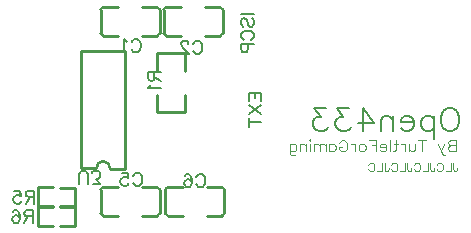
<source format=gbo>
G04 Layer: BottomSilkLayer*
G04 EasyEDA v6.3.53, 2020-06-17T01:54:55+02:00*
G04 e9d571a3f1504c91a96fab9e56f28b91,9eabfb72a9474bef872f988307f0334b,10*
G04 Gerber Generator version 0.2*
G04 Scale: 100 percent, Rotated: No, Reflected: No *
G04 Dimensions in millimeters *
G04 leading zeros omitted , absolute positions ,3 integer and 3 decimal *
%FSLAX33Y33*%
%MOMM*%
G90*
G71D02*

%ADD10C,0.254000*%
%ADD30C,0.100000*%
%ADD31C,0.203200*%
%ADD35C,0.152400*%

%LPD*%
G54D10*
G01X12905Y84539D02*
G01X12905Y82539D01*
G01X16405Y84739D02*
G01X17605Y84739D01*
G01X16405Y82339D02*
G01X17605Y82339D01*
G01X14405Y84739D02*
G01X13205Y84739D01*
G01X14405Y82339D02*
G01X13205Y82339D01*
G01X17905Y84539D02*
G01X17905Y82539D01*
G01X17705Y84739D02*
G01X17605Y84739D01*
G01X17705Y82339D02*
G01X17605Y82339D01*
G01X13105Y84739D02*
G01X13205Y84739D01*
G01X13105Y82339D02*
G01X13205Y82339D01*
G01X12571Y82539D02*
G01X12571Y84539D01*
G01X9071Y82339D02*
G01X7871Y82339D01*
G01X9071Y84739D02*
G01X7871Y84739D01*
G01X11071Y82339D02*
G01X12271Y82339D01*
G01X11071Y84739D02*
G01X12271Y84739D01*
G01X7571Y82539D02*
G01X7571Y84539D01*
G01X7771Y82339D02*
G01X7871Y82339D01*
G01X7771Y84739D02*
G01X7871Y84739D01*
G01X12371Y82339D02*
G01X12271Y82339D01*
G01X12371Y84739D02*
G01X12271Y84739D01*
G01X12571Y67299D02*
G01X12571Y69299D01*
G01X9071Y67099D02*
G01X7871Y67099D01*
G01X9071Y69499D02*
G01X7871Y69499D01*
G01X11071Y67099D02*
G01X12271Y67099D01*
G01X11071Y69499D02*
G01X12271Y69499D01*
G01X7571Y67299D02*
G01X7571Y69299D01*
G01X7771Y67099D02*
G01X7871Y67099D01*
G01X7771Y69499D02*
G01X7871Y69499D01*
G01X12371Y67099D02*
G01X12271Y67099D01*
G01X12371Y69499D02*
G01X12271Y69499D01*
G01X18032Y67299D02*
G01X18032Y69299D01*
G01X14532Y67099D02*
G01X13332Y67099D01*
G01X14532Y69499D02*
G01X13332Y69499D01*
G01X16532Y67099D02*
G01X17732Y67099D01*
G01X16532Y69499D02*
G01X17732Y69499D01*
G01X13032Y67299D02*
G01X13032Y69299D01*
G01X13232Y67099D02*
G01X13332Y67099D01*
G01X13232Y69499D02*
G01X13332Y69499D01*
G01X17832Y67099D02*
G01X17732Y67099D01*
G01X17832Y69499D02*
G01X17732Y69499D01*
G01X5930Y71119D02*
G01X5930Y81022D01*
G01X9613Y81022D01*
G01X9613Y71071D01*
G01X9613Y71071D02*
G01X8369Y71071D01*
G01X7200Y71093D02*
G01X5930Y71093D01*
G01X2298Y67880D02*
G01X2298Y69481D01*
G01X4148Y69475D02*
G01X5398Y69475D01*
G01X4148Y67875D02*
G01X5398Y67875D01*
G01X3548Y69481D02*
G01X2298Y69481D01*
G01X3548Y67880D02*
G01X2298Y67880D01*
G01X5398Y67875D02*
G01X5398Y69475D01*
G01X2298Y66229D02*
G01X2298Y67830D01*
G01X4148Y67824D02*
G01X5398Y67824D01*
G01X4148Y66224D02*
G01X5398Y66224D01*
G01X3548Y67830D02*
G01X2298Y67830D01*
G01X3548Y66229D02*
G01X2298Y66229D01*
G01X5398Y66224D02*
G01X5398Y67824D01*
G01X12300Y80833D02*
G01X14700Y80833D01*
G01X14700Y77333D02*
G01X14700Y75833D01*
G01X12300Y77333D02*
G01X12300Y75833D01*
G01X14700Y79333D02*
G01X14700Y80833D01*
G01X12300Y79333D02*
G01X12300Y80833D01*
G01X12300Y75833D02*
G01X14700Y75833D01*
G54D31*
G01X37329Y76192D02*
G01X37514Y76100D01*
G01X37699Y75915D01*
G01X37791Y75730D01*
G01X37884Y75453D01*
G01X37884Y74991D01*
G01X37791Y74714D01*
G01X37699Y74529D01*
G01X37514Y74345D01*
G01X37329Y74252D01*
G01X36960Y74252D01*
G01X36775Y74345D01*
G01X36591Y74529D01*
G01X36498Y74714D01*
G01X36406Y74991D01*
G01X36406Y75453D01*
G01X36498Y75730D01*
G01X36591Y75915D01*
G01X36775Y76100D01*
G01X36960Y76192D01*
G01X37329Y76192D01*
G01X35796Y75545D02*
G01X35796Y73606D01*
G01X35796Y75268D02*
G01X35611Y75453D01*
G01X35427Y75545D01*
G01X35150Y75545D01*
G01X34965Y75453D01*
G01X34780Y75268D01*
G01X34688Y74991D01*
G01X34688Y74807D01*
G01X34780Y74529D01*
G01X34965Y74345D01*
G01X35150Y74252D01*
G01X35427Y74252D01*
G01X35611Y74345D01*
G01X35796Y74529D01*
G01X34078Y74991D02*
G01X32970Y74991D01*
G01X32970Y75176D01*
G01X33062Y75361D01*
G01X33155Y75453D01*
G01X33339Y75545D01*
G01X33616Y75545D01*
G01X33801Y75453D01*
G01X33986Y75268D01*
G01X34078Y74991D01*
G01X34078Y74807D01*
G01X33986Y74529D01*
G01X33801Y74345D01*
G01X33616Y74252D01*
G01X33339Y74252D01*
G01X33155Y74345D01*
G01X32970Y74529D01*
G01X32360Y75545D02*
G01X32360Y74252D01*
G01X32360Y75176D02*
G01X32083Y75453D01*
G01X31898Y75545D01*
G01X31621Y75545D01*
G01X31437Y75453D01*
G01X31344Y75176D01*
G01X31344Y74252D01*
G01X29811Y76192D02*
G01X30735Y74899D01*
G01X29349Y74899D01*
G01X29811Y76192D02*
G01X29811Y74252D01*
G01X28555Y76192D02*
G01X27539Y76192D01*
G01X28093Y75453D01*
G01X27816Y75453D01*
G01X27631Y75361D01*
G01X27539Y75268D01*
G01X27447Y74991D01*
G01X27447Y74807D01*
G01X27539Y74529D01*
G01X27724Y74345D01*
G01X28001Y74252D01*
G01X28278Y74252D01*
G01X28555Y74345D01*
G01X28647Y74437D01*
G01X28740Y74622D01*
G01X26652Y76192D02*
G01X25636Y76192D01*
G01X26190Y75453D01*
G01X25913Y75453D01*
G01X25729Y75361D01*
G01X25636Y75268D01*
G01X25544Y74991D01*
G01X25544Y74807D01*
G01X25636Y74529D01*
G01X25821Y74345D01*
G01X26098Y74252D01*
G01X26375Y74252D01*
G01X26652Y74345D01*
G01X26745Y74437D01*
G01X26837Y74622D01*
G54D30*
G01X37630Y73500D02*
G01X37630Y72545D01*
G01X37630Y73500D02*
G01X37221Y73500D01*
G01X37084Y73454D01*
G01X37039Y73409D01*
G01X36993Y73318D01*
G01X36993Y73227D01*
G01X37039Y73136D01*
G01X37084Y73090D01*
G01X37221Y73045D01*
G01X37630Y73045D02*
G01X37221Y73045D01*
G01X37084Y73000D01*
G01X37039Y72954D01*
G01X36993Y72863D01*
G01X36993Y72727D01*
G01X37039Y72636D01*
G01X37084Y72590D01*
G01X37221Y72545D01*
G01X37630Y72545D01*
G01X36648Y73181D02*
G01X36375Y72545D01*
G01X36102Y73181D02*
G01X36375Y72545D01*
G01X36466Y72363D01*
G01X36557Y72272D01*
G01X36648Y72227D01*
G01X36693Y72227D01*
G01X34784Y73500D02*
G01X34784Y72545D01*
G01X35102Y73500D02*
G01X34466Y73500D01*
G01X34166Y73181D02*
G01X34166Y72727D01*
G01X34121Y72590D01*
G01X34030Y72545D01*
G01X33893Y72545D01*
G01X33802Y72590D01*
G01X33666Y72727D01*
G01X33666Y73181D02*
G01X33666Y72545D01*
G01X33366Y73181D02*
G01X33366Y72545D01*
G01X33366Y72909D02*
G01X33321Y73045D01*
G01X33230Y73136D01*
G01X33139Y73181D01*
G01X33002Y73181D01*
G01X32566Y73500D02*
G01X32566Y72727D01*
G01X32521Y72590D01*
G01X32430Y72545D01*
G01X32339Y72545D01*
G01X32702Y73181D02*
G01X32384Y73181D01*
G01X32039Y73500D02*
G01X32039Y72545D01*
G01X31739Y72909D02*
G01X31193Y72909D01*
G01X31193Y73000D01*
G01X31239Y73090D01*
G01X31284Y73136D01*
G01X31375Y73181D01*
G01X31511Y73181D01*
G01X31602Y73136D01*
G01X31693Y73045D01*
G01X31739Y72909D01*
G01X31739Y72818D01*
G01X31693Y72681D01*
G01X31602Y72590D01*
G01X31511Y72545D01*
G01X31375Y72545D01*
G01X31284Y72590D01*
G01X31193Y72681D01*
G01X30893Y73500D02*
G01X30893Y72545D01*
G01X30893Y73500D02*
G01X30302Y73500D01*
G01X30893Y73045D02*
G01X30530Y73045D01*
G01X29775Y73181D02*
G01X29866Y73136D01*
G01X29957Y73045D01*
G01X30002Y72909D01*
G01X30002Y72818D01*
G01X29957Y72681D01*
G01X29866Y72590D01*
G01X29775Y72545D01*
G01X29639Y72545D01*
G01X29548Y72590D01*
G01X29457Y72681D01*
G01X29411Y72818D01*
G01X29411Y72909D01*
G01X29457Y73045D01*
G01X29548Y73136D01*
G01X29639Y73181D01*
G01X29775Y73181D01*
G01X29111Y73181D02*
G01X29111Y72545D01*
G01X29111Y72909D02*
G01X29066Y73045D01*
G01X28975Y73136D01*
G01X28884Y73181D01*
G01X28748Y73181D01*
G01X27766Y73272D02*
G01X27811Y73363D01*
G01X27902Y73454D01*
G01X27993Y73500D01*
G01X28175Y73500D01*
G01X28266Y73454D01*
G01X28357Y73363D01*
G01X28402Y73272D01*
G01X28448Y73136D01*
G01X28448Y72909D01*
G01X28402Y72772D01*
G01X28357Y72681D01*
G01X28266Y72590D01*
G01X28175Y72545D01*
G01X27993Y72545D01*
G01X27902Y72590D01*
G01X27811Y72681D01*
G01X27766Y72772D01*
G01X27766Y72909D01*
G01X27993Y72909D02*
G01X27766Y72909D01*
G01X26921Y73181D02*
G01X26921Y72545D01*
G01X26921Y73045D02*
G01X27011Y73136D01*
G01X27102Y73181D01*
G01X27239Y73181D01*
G01X27330Y73136D01*
G01X27421Y73045D01*
G01X27466Y72909D01*
G01X27466Y72818D01*
G01X27421Y72681D01*
G01X27330Y72590D01*
G01X27239Y72545D01*
G01X27102Y72545D01*
G01X27011Y72590D01*
G01X26921Y72681D01*
G01X26621Y73181D02*
G01X26621Y72545D01*
G01X26621Y73000D02*
G01X26484Y73136D01*
G01X26393Y73181D01*
G01X26257Y73181D01*
G01X26166Y73136D01*
G01X26121Y73000D01*
G01X26121Y72545D01*
G01X26121Y73000D02*
G01X25984Y73136D01*
G01X25893Y73181D01*
G01X25757Y73181D01*
G01X25666Y73136D01*
G01X25621Y73000D01*
G01X25621Y72545D01*
G01X25321Y73500D02*
G01X25275Y73454D01*
G01X25230Y73500D01*
G01X25275Y73545D01*
G01X25321Y73500D01*
G01X25275Y73181D02*
G01X25275Y72545D01*
G01X24930Y73181D02*
G01X24930Y72545D01*
G01X24930Y73000D02*
G01X24793Y73136D01*
G01X24702Y73181D01*
G01X24566Y73181D01*
G01X24475Y73136D01*
G01X24430Y73000D01*
G01X24430Y72545D01*
G01X23584Y73181D02*
G01X23584Y72454D01*
G01X23630Y72318D01*
G01X23675Y72272D01*
G01X23766Y72227D01*
G01X23902Y72227D01*
G01X23993Y72272D01*
G01X23584Y73045D02*
G01X23675Y73136D01*
G01X23766Y73181D01*
G01X23902Y73181D01*
G01X23993Y73136D01*
G01X24084Y73045D01*
G01X24130Y72909D01*
G01X24130Y72818D01*
G01X24084Y72681D01*
G01X23993Y72590D01*
G01X23902Y72545D01*
G01X23766Y72545D01*
G01X23675Y72590D01*
G01X23584Y72681D01*
G01X37416Y71596D02*
G01X37416Y71051D01*
G01X37450Y70949D01*
G01X37484Y70914D01*
G01X37552Y70880D01*
G01X37620Y70880D01*
G01X37688Y70914D01*
G01X37723Y70949D01*
G01X37757Y71051D01*
G01X37757Y71119D01*
G01X37191Y71596D02*
G01X37191Y70880D01*
G01X37191Y70880D02*
G01X36782Y70880D01*
G01X36045Y71426D02*
G01X36079Y71494D01*
G01X36148Y71562D01*
G01X36216Y71596D01*
G01X36352Y71596D01*
G01X36420Y71562D01*
G01X36488Y71494D01*
G01X36523Y71426D01*
G01X36557Y71324D01*
G01X36557Y71153D01*
G01X36523Y71051D01*
G01X36488Y70983D01*
G01X36420Y70914D01*
G01X36352Y70880D01*
G01X36216Y70880D01*
G01X36148Y70914D01*
G01X36079Y70983D01*
G01X36045Y71051D01*
G01X35479Y71596D02*
G01X35479Y71051D01*
G01X35513Y70949D01*
G01X35548Y70914D01*
G01X35616Y70880D01*
G01X35684Y70880D01*
G01X35752Y70914D01*
G01X35786Y70949D01*
G01X35820Y71051D01*
G01X35820Y71119D01*
G01X35254Y71596D02*
G01X35254Y70880D01*
G01X35254Y70880D02*
G01X34845Y70880D01*
G01X34109Y71426D02*
G01X34143Y71494D01*
G01X34211Y71562D01*
G01X34279Y71596D01*
G01X34416Y71596D01*
G01X34484Y71562D01*
G01X34552Y71494D01*
G01X34586Y71426D01*
G01X34620Y71324D01*
G01X34620Y71153D01*
G01X34586Y71051D01*
G01X34552Y70983D01*
G01X34484Y70914D01*
G01X34416Y70880D01*
G01X34279Y70880D01*
G01X34211Y70914D01*
G01X34143Y70983D01*
G01X34109Y71051D01*
G01X33543Y71596D02*
G01X33543Y71051D01*
G01X33577Y70949D01*
G01X33611Y70914D01*
G01X33679Y70880D01*
G01X33748Y70880D01*
G01X33816Y70914D01*
G01X33850Y70949D01*
G01X33884Y71051D01*
G01X33884Y71119D01*
G01X33318Y71596D02*
G01X33318Y70880D01*
G01X33318Y70880D02*
G01X32909Y70880D01*
G01X32173Y71426D02*
G01X32207Y71494D01*
G01X32275Y71562D01*
G01X32343Y71596D01*
G01X32479Y71596D01*
G01X32548Y71562D01*
G01X32616Y71494D01*
G01X32650Y71426D01*
G01X32684Y71324D01*
G01X32684Y71153D01*
G01X32650Y71051D01*
G01X32616Y70983D01*
G01X32548Y70914D01*
G01X32479Y70880D01*
G01X32343Y70880D01*
G01X32275Y70914D01*
G01X32207Y70983D01*
G01X32173Y71051D01*
G01X31607Y71596D02*
G01X31607Y71051D01*
G01X31641Y70949D01*
G01X31675Y70914D01*
G01X31743Y70880D01*
G01X31811Y70880D01*
G01X31879Y70914D01*
G01X31913Y70949D01*
G01X31948Y71051D01*
G01X31948Y71119D01*
G01X31382Y71596D02*
G01X31382Y70880D01*
G01X31382Y70880D02*
G01X30973Y70880D01*
G01X30236Y71426D02*
G01X30270Y71494D01*
G01X30338Y71562D01*
G01X30407Y71596D01*
G01X30543Y71596D01*
G01X30611Y71562D01*
G01X30679Y71494D01*
G01X30713Y71426D01*
G01X30748Y71324D01*
G01X30748Y71153D01*
G01X30713Y71051D01*
G01X30679Y70983D01*
G01X30611Y70914D01*
G01X30543Y70880D01*
G01X30407Y70880D01*
G01X30338Y70914D01*
G01X30270Y70983D01*
G01X30236Y71051D01*
G54D35*
G01X19458Y84174D02*
G01X20548Y84174D01*
G01X19613Y83105D02*
G01X19509Y83209D01*
G01X19458Y83364D01*
G01X19458Y83573D01*
G01X19509Y83727D01*
G01X19613Y83832D01*
G01X19718Y83832D01*
G01X19822Y83781D01*
G01X19875Y83727D01*
G01X19926Y83623D01*
G01X20030Y83311D01*
G01X20081Y83209D01*
G01X20134Y83156D01*
G01X20238Y83105D01*
G01X20393Y83105D01*
G01X20497Y83209D01*
G01X20548Y83364D01*
G01X20548Y83573D01*
G01X20497Y83727D01*
G01X20393Y83832D01*
G01X19718Y81982D02*
G01X19613Y82033D01*
G01X19509Y82137D01*
G01X19458Y82242D01*
G01X19458Y82450D01*
G01X19509Y82554D01*
G01X19613Y82658D01*
G01X19718Y82709D01*
G01X19875Y82762D01*
G01X20134Y82762D01*
G01X20289Y82709D01*
G01X20393Y82658D01*
G01X20497Y82554D01*
G01X20548Y82450D01*
G01X20548Y82242D01*
G01X20497Y82137D01*
G01X20393Y82033D01*
G01X20289Y81982D01*
G01X19458Y81640D02*
G01X20548Y81640D01*
G01X19458Y81640D02*
G01X19458Y81172D01*
G01X19509Y81015D01*
G01X19563Y80964D01*
G01X19667Y80911D01*
G01X19822Y80911D01*
G01X19926Y80964D01*
G01X19977Y81015D01*
G01X20030Y81172D01*
G01X20030Y81640D01*
G01X15387Y81639D02*
G01X15439Y81743D01*
G01X15543Y81847D01*
G01X15647Y81899D01*
G01X15855Y81899D01*
G01X15959Y81847D01*
G01X16063Y81743D01*
G01X16115Y81639D01*
G01X16167Y81483D01*
G01X16167Y81223D01*
G01X16115Y81068D01*
G01X16063Y80964D01*
G01X15959Y80860D01*
G01X15855Y80808D01*
G01X15647Y80808D01*
G01X15543Y80860D01*
G01X15439Y80964D01*
G01X15387Y81068D01*
G01X14993Y81639D02*
G01X14993Y81691D01*
G01X14941Y81795D01*
G01X14889Y81847D01*
G01X14785Y81899D01*
G01X14577Y81899D01*
G01X14473Y81847D01*
G01X14421Y81795D01*
G01X14369Y81691D01*
G01X14369Y81587D01*
G01X14421Y81483D01*
G01X14525Y81327D01*
G01X15045Y80808D01*
G01X14317Y80808D01*
G01X10180Y81766D02*
G01X10232Y81870D01*
G01X10336Y81974D01*
G01X10440Y82026D01*
G01X10648Y82026D01*
G01X10752Y81974D01*
G01X10856Y81870D01*
G01X10908Y81766D01*
G01X10960Y81610D01*
G01X10960Y81350D01*
G01X10908Y81195D01*
G01X10856Y81091D01*
G01X10752Y80987D01*
G01X10648Y80935D01*
G01X10440Y80935D01*
G01X10336Y80987D01*
G01X10232Y81091D01*
G01X10180Y81195D01*
G01X9837Y81818D02*
G01X9733Y81870D01*
G01X9578Y82026D01*
G01X9578Y80935D01*
G01X10307Y70463D02*
G01X10359Y70567D01*
G01X10463Y70671D01*
G01X10567Y70723D01*
G01X10775Y70723D01*
G01X10879Y70671D01*
G01X10983Y70567D01*
G01X11035Y70463D01*
G01X11087Y70307D01*
G01X11087Y70047D01*
G01X11035Y69892D01*
G01X10983Y69788D01*
G01X10879Y69684D01*
G01X10775Y69632D01*
G01X10567Y69632D01*
G01X10463Y69684D01*
G01X10359Y69788D01*
G01X10307Y69892D01*
G01X9341Y70723D02*
G01X9860Y70723D01*
G01X9912Y70255D01*
G01X9860Y70307D01*
G01X9705Y70359D01*
G01X9549Y70359D01*
G01X9393Y70307D01*
G01X9289Y70203D01*
G01X9237Y70047D01*
G01X9237Y69944D01*
G01X9289Y69788D01*
G01X9393Y69684D01*
G01X9549Y69632D01*
G01X9705Y69632D01*
G01X9860Y69684D01*
G01X9912Y69736D01*
G01X9964Y69840D01*
G01X15641Y70336D02*
G01X15693Y70440D01*
G01X15797Y70544D01*
G01X15901Y70596D01*
G01X16109Y70596D01*
G01X16213Y70544D01*
G01X16317Y70440D01*
G01X16369Y70336D01*
G01X16421Y70180D01*
G01X16421Y69920D01*
G01X16369Y69765D01*
G01X16317Y69661D01*
G01X16213Y69557D01*
G01X16109Y69505D01*
G01X15901Y69505D01*
G01X15797Y69557D01*
G01X15693Y69661D01*
G01X15641Y69765D01*
G01X14675Y70440D02*
G01X14727Y70544D01*
G01X14883Y70596D01*
G01X14987Y70596D01*
G01X15143Y70544D01*
G01X15246Y70388D01*
G01X15298Y70128D01*
G01X15298Y69869D01*
G01X15246Y69661D01*
G01X15143Y69557D01*
G01X14987Y69505D01*
G01X14935Y69505D01*
G01X14779Y69557D01*
G01X14675Y69661D01*
G01X14623Y69817D01*
G01X14623Y69869D01*
G01X14675Y70024D01*
G01X14779Y70128D01*
G01X14935Y70180D01*
G01X14987Y70180D01*
G01X15143Y70128D01*
G01X15246Y70024D01*
G01X15298Y69869D01*
G01X5753Y69813D02*
G01X5753Y70593D01*
G01X5803Y70748D01*
G01X5908Y70852D01*
G01X6065Y70903D01*
G01X6169Y70903D01*
G01X6324Y70852D01*
G01X6428Y70748D01*
G01X6479Y70593D01*
G01X6479Y69813D01*
G01X6926Y69813D02*
G01X7498Y69813D01*
G01X7188Y70230D01*
G01X7343Y70230D01*
G01X7447Y70281D01*
G01X7498Y70331D01*
G01X7551Y70489D01*
G01X7551Y70593D01*
G01X7498Y70748D01*
G01X7393Y70852D01*
G01X7239Y70903D01*
G01X7084Y70903D01*
G01X6926Y70852D01*
G01X6875Y70801D01*
G01X6822Y70697D01*
G01X1943Y69199D02*
G01X1943Y68109D01*
G01X1943Y69199D02*
G01X1475Y69199D01*
G01X1320Y69148D01*
G01X1267Y69095D01*
G01X1216Y68990D01*
G01X1216Y68886D01*
G01X1267Y68782D01*
G01X1320Y68731D01*
G01X1475Y68680D01*
G01X1943Y68680D01*
G01X1579Y68680D02*
G01X1216Y68109D01*
G01X248Y69199D02*
G01X769Y69199D01*
G01X820Y68731D01*
G01X769Y68782D01*
G01X612Y68835D01*
G01X457Y68835D01*
G01X302Y68782D01*
G01X198Y68680D01*
G01X144Y68523D01*
G01X144Y68419D01*
G01X198Y68264D01*
G01X302Y68160D01*
G01X457Y68109D01*
G01X612Y68109D01*
G01X769Y68160D01*
G01X820Y68211D01*
G01X873Y68315D01*
G01X1816Y67548D02*
G01X1816Y66458D01*
G01X1816Y67548D02*
G01X1348Y67548D01*
G01X1193Y67497D01*
G01X1140Y67444D01*
G01X1089Y67339D01*
G01X1089Y67235D01*
G01X1140Y67131D01*
G01X1193Y67080D01*
G01X1348Y67029D01*
G01X1816Y67029D01*
G01X1452Y67029D02*
G01X1089Y66458D01*
G01X121Y67393D02*
G01X175Y67497D01*
G01X330Y67548D01*
G01X434Y67548D01*
G01X589Y67497D01*
G01X693Y67339D01*
G01X746Y67080D01*
G01X746Y66821D01*
G01X693Y66613D01*
G01X589Y66509D01*
G01X434Y66458D01*
G01X381Y66458D01*
G01X226Y66509D01*
G01X121Y66613D01*
G01X71Y66768D01*
G01X71Y66821D01*
G01X121Y66976D01*
G01X226Y67080D01*
G01X381Y67131D01*
G01X434Y67131D01*
G01X589Y67080D01*
G01X693Y66976D01*
G01X746Y66821D01*
G01X20093Y77443D02*
G01X21183Y77443D01*
G01X20093Y77443D02*
G01X20093Y76768D01*
G01X20612Y77443D02*
G01X20612Y77027D01*
G01X21183Y77443D02*
G01X21183Y76768D01*
G01X20093Y76425D02*
G01X21183Y75699D01*
G01X20093Y75699D02*
G01X21183Y76425D01*
G01X20093Y74992D02*
G01X21183Y74992D01*
G01X20093Y75356D02*
G01X20093Y74627D01*
G01X11584Y79221D02*
G01X12674Y79221D01*
G01X11584Y79221D02*
G01X11584Y78754D01*
G01X11635Y78599D01*
G01X11689Y78546D01*
G01X11793Y78495D01*
G01X11897Y78495D01*
G01X12001Y78546D01*
G01X12052Y78599D01*
G01X12103Y78754D01*
G01X12103Y79221D01*
G01X12103Y78858D02*
G01X12674Y78495D01*
G01X11793Y78152D02*
G01X11739Y78048D01*
G01X11584Y77891D01*
G01X12674Y77891D01*
G54D10*
G75*
G01X17905Y84540D02*
G03X17705Y84740I-200J0D01*
G01*
G75*
G01X17905Y82540D02*
G02X17705Y82340I-200J0D01*
G01*
G75*
G01X12905Y84540D02*
G02X13105Y84740I200J0D01*
G01*
G75*
G01X12905Y82540D02*
G03X13105Y82340I200J0D01*
G01*
G75*
G01X7571Y82540D02*
G03X7771Y82340I200J0D01*
G01*
G75*
G01X7571Y84540D02*
G02X7771Y84740I200J0D01*
G01*
G75*
G01X12571Y82540D02*
G02X12371Y82340I-200J0D01*
G01*
G75*
G01X12571Y84540D02*
G03X12371Y84740I-200J0D01*
G01*
G75*
G01X7571Y67300D02*
G03X7771Y67100I200J0D01*
G01*
G75*
G01X7571Y69300D02*
G02X7771Y69500I200J0D01*
G01*
G75*
G01X12571Y67300D02*
G02X12371Y67100I-200J0D01*
G01*
G75*
G01X12571Y69300D02*
G03X12371Y69500I-200J0D01*
G01*
G75*
G01X13032Y67300D02*
G03X13232Y67100I200J0D01*
G01*
G75*
G01X13032Y69300D02*
G02X13232Y69500I200J0D01*
G01*
G75*
G01X18032Y67300D02*
G02X17832Y67100I-200J0D01*
G01*
G75*
G01X18032Y69300D02*
G03X17832Y69500I-200J0D01*
G01*
G75*
G01X7201Y71094D02*
G02X8369Y71097I584J25D01*
G01*
M00*
M02*

</source>
